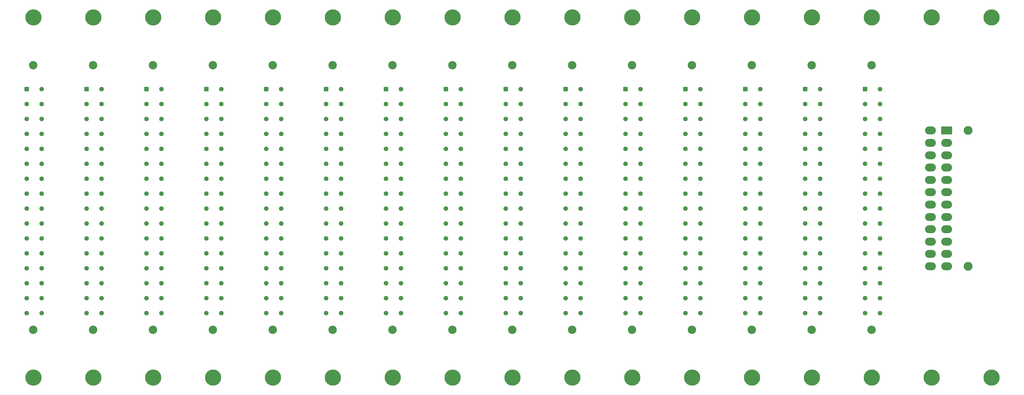
<source format=gts>
G04 #@! TF.GenerationSoftware,KiCad,Pcbnew,(6.0.9-0)*
G04 #@! TF.CreationDate,2023-02-07T08:34:52+01:00*
G04 #@! TF.ProjectId,Backplane,4261636b-706c-4616-9e65-2e6b69636164,A*
G04 #@! TF.SameCoordinates,Original*
G04 #@! TF.FileFunction,Soldermask,Top*
G04 #@! TF.FilePolarity,Negative*
%FSLAX46Y46*%
G04 Gerber Fmt 4.6, Leading zero omitted, Abs format (unit mm)*
G04 Created by KiCad (PCBNEW (6.0.9-0)) date 2023-02-07 08:34:52*
%MOMM*%
%LPD*%
G01*
G04 APERTURE LIST*
G04 Aperture macros list*
%AMRoundRect*
0 Rectangle with rounded corners*
0 $1 Rounding radius*
0 $2 $3 $4 $5 $6 $7 $8 $9 X,Y pos of 4 corners*
0 Add a 4 corners polygon primitive as box body*
4,1,4,$2,$3,$4,$5,$6,$7,$8,$9,$2,$3,0*
0 Add four circle primitives for the rounded corners*
1,1,$1+$1,$2,$3*
1,1,$1+$1,$4,$5*
1,1,$1+$1,$6,$7*
1,1,$1+$1,$8,$9*
0 Add four rect primitives between the rounded corners*
20,1,$1+$1,$2,$3,$4,$5,0*
20,1,$1+$1,$4,$5,$6,$7,0*
20,1,$1+$1,$6,$7,$8,$9,0*
20,1,$1+$1,$8,$9,$2,$3,0*%
G04 Aperture macros list end*
%ADD10C,2.850000*%
%ADD11RoundRect,0.249999X-0.525001X-0.525001X0.525001X-0.525001X0.525001X0.525001X-0.525001X0.525001X0*%
%ADD12C,1.550000*%
%ADD13C,5.500000*%
%ADD14C,3.000000*%
%ADD15RoundRect,0.250001X-1.599999X1.099999X-1.599999X-1.099999X1.599999X-1.099999X1.599999X1.099999X0*%
%ADD16O,3.700000X2.700000*%
G04 APERTURE END LIST*
D10*
X65997500Y-97530000D03*
X65997500Y-187530000D03*
D11*
X63757500Y-105700000D03*
D12*
X63757500Y-110780000D03*
X63757500Y-115860000D03*
X63757500Y-120940000D03*
X63757500Y-126020000D03*
X63757500Y-131100000D03*
X63757500Y-136180000D03*
X63757500Y-141260000D03*
X63757500Y-146340000D03*
X63757500Y-151420000D03*
X63757500Y-156500000D03*
X63757500Y-161580000D03*
X63757500Y-166660000D03*
X63757500Y-171740000D03*
X63757500Y-176820000D03*
X63757500Y-181900000D03*
X68837500Y-105700000D03*
X68837500Y-110780000D03*
X68837500Y-115860000D03*
X68837500Y-120940000D03*
X68837500Y-126020000D03*
X68837500Y-131100000D03*
X68837500Y-136180000D03*
X68837500Y-141260000D03*
X68837500Y-146340000D03*
X68837500Y-151420000D03*
X68837500Y-156500000D03*
X68837500Y-161580000D03*
X68837500Y-166660000D03*
X68837500Y-171740000D03*
X68837500Y-176820000D03*
X68837500Y-181900000D03*
D10*
X45677500Y-97530000D03*
X45677500Y-187530000D03*
D11*
X43437500Y-105700000D03*
D12*
X43437500Y-110780000D03*
X43437500Y-115860000D03*
X43437500Y-120940000D03*
X43437500Y-126020000D03*
X43437500Y-131100000D03*
X43437500Y-136180000D03*
X43437500Y-141260000D03*
X43437500Y-146340000D03*
X43437500Y-151420000D03*
X43437500Y-156500000D03*
X43437500Y-161580000D03*
X43437500Y-166660000D03*
X43437500Y-171740000D03*
X43437500Y-176820000D03*
X43437500Y-181900000D03*
X48517500Y-105700000D03*
X48517500Y-110780000D03*
X48517500Y-115860000D03*
X48517500Y-120940000D03*
X48517500Y-126020000D03*
X48517500Y-131100000D03*
X48517500Y-136180000D03*
X48517500Y-141260000D03*
X48517500Y-146340000D03*
X48517500Y-151420000D03*
X48517500Y-156500000D03*
X48517500Y-161580000D03*
X48517500Y-166660000D03*
X48517500Y-171740000D03*
X48517500Y-176820000D03*
X48517500Y-181900000D03*
D10*
X167597500Y-187530000D03*
X167597500Y-97530000D03*
D11*
X165357500Y-105700000D03*
D12*
X165357500Y-110780000D03*
X165357500Y-115860000D03*
X165357500Y-120940000D03*
X165357500Y-126020000D03*
X165357500Y-131100000D03*
X165357500Y-136180000D03*
X165357500Y-141260000D03*
X165357500Y-146340000D03*
X165357500Y-151420000D03*
X165357500Y-156500000D03*
X165357500Y-161580000D03*
X165357500Y-166660000D03*
X165357500Y-171740000D03*
X165357500Y-176820000D03*
X165357500Y-181900000D03*
X170437500Y-105700000D03*
X170437500Y-110780000D03*
X170437500Y-115860000D03*
X170437500Y-120940000D03*
X170437500Y-126020000D03*
X170437500Y-131100000D03*
X170437500Y-136180000D03*
X170437500Y-141260000D03*
X170437500Y-146340000D03*
X170437500Y-151420000D03*
X170437500Y-156500000D03*
X170437500Y-161580000D03*
X170437500Y-166660000D03*
X170437500Y-171740000D03*
X170437500Y-176820000D03*
X170437500Y-181900000D03*
D10*
X86317500Y-97530000D03*
X86317500Y-187530000D03*
D11*
X84077500Y-105700000D03*
D12*
X84077500Y-110780000D03*
X84077500Y-115860000D03*
X84077500Y-120940000D03*
X84077500Y-126020000D03*
X84077500Y-131100000D03*
X84077500Y-136180000D03*
X84077500Y-141260000D03*
X84077500Y-146340000D03*
X84077500Y-151420000D03*
X84077500Y-156500000D03*
X84077500Y-161580000D03*
X84077500Y-166660000D03*
X84077500Y-171740000D03*
X84077500Y-176820000D03*
X84077500Y-181900000D03*
X89157500Y-105700000D03*
X89157500Y-110780000D03*
X89157500Y-115860000D03*
X89157500Y-120940000D03*
X89157500Y-126020000D03*
X89157500Y-131100000D03*
X89157500Y-136180000D03*
X89157500Y-141260000D03*
X89157500Y-146340000D03*
X89157500Y-151420000D03*
X89157500Y-156500000D03*
X89157500Y-161580000D03*
X89157500Y-166660000D03*
X89157500Y-171740000D03*
X89157500Y-176820000D03*
X89157500Y-181900000D03*
D13*
X330200000Y-81280000D03*
X370840000Y-81280000D03*
X106680000Y-81280000D03*
D10*
X187917500Y-97530000D03*
X187917500Y-187530000D03*
D11*
X185677500Y-105700000D03*
D12*
X185677500Y-110780000D03*
X185677500Y-115860000D03*
X185677500Y-120940000D03*
X185677500Y-126020000D03*
X185677500Y-131100000D03*
X185677500Y-136180000D03*
X185677500Y-141260000D03*
X185677500Y-146340000D03*
X185677500Y-151420000D03*
X185677500Y-156500000D03*
X185677500Y-161580000D03*
X185677500Y-166660000D03*
X185677500Y-171740000D03*
X185677500Y-176820000D03*
X185677500Y-181900000D03*
X190757500Y-105700000D03*
X190757500Y-110780000D03*
X190757500Y-115860000D03*
X190757500Y-120940000D03*
X190757500Y-126020000D03*
X190757500Y-131100000D03*
X190757500Y-136180000D03*
X190757500Y-141260000D03*
X190757500Y-146340000D03*
X190757500Y-151420000D03*
X190757500Y-156500000D03*
X190757500Y-161580000D03*
X190757500Y-166660000D03*
X190757500Y-171740000D03*
X190757500Y-176820000D03*
X190757500Y-181900000D03*
D13*
X147320000Y-81280000D03*
D10*
X147277500Y-97530000D03*
X147277500Y-187530000D03*
D11*
X145037500Y-105700000D03*
D12*
X145037500Y-110780000D03*
X145037500Y-115860000D03*
X145037500Y-120940000D03*
X145037500Y-126020000D03*
X145037500Y-131100000D03*
X145037500Y-136180000D03*
X145037500Y-141260000D03*
X145037500Y-146340000D03*
X145037500Y-151420000D03*
X145037500Y-156500000D03*
X145037500Y-161580000D03*
X145037500Y-166660000D03*
X145037500Y-171740000D03*
X145037500Y-176820000D03*
X145037500Y-181900000D03*
X150117500Y-105700000D03*
X150117500Y-110780000D03*
X150117500Y-115860000D03*
X150117500Y-120940000D03*
X150117500Y-126020000D03*
X150117500Y-131100000D03*
X150117500Y-136180000D03*
X150117500Y-141260000D03*
X150117500Y-146340000D03*
X150117500Y-151420000D03*
X150117500Y-156500000D03*
X150117500Y-161580000D03*
X150117500Y-166660000D03*
X150117500Y-171740000D03*
X150117500Y-176820000D03*
X150117500Y-181900000D03*
D13*
X167640000Y-81280000D03*
X187960000Y-81280000D03*
X248920000Y-203780000D03*
D10*
X330157500Y-187530000D03*
X330157500Y-97530000D03*
D11*
X327917500Y-105700000D03*
D12*
X327917500Y-110780000D03*
X327917500Y-115860000D03*
X327917500Y-120940000D03*
X327917500Y-126020000D03*
X327917500Y-131100000D03*
X327917500Y-136180000D03*
X327917500Y-141260000D03*
X327917500Y-146340000D03*
X327917500Y-151420000D03*
X327917500Y-156500000D03*
X327917500Y-161580000D03*
X327917500Y-166660000D03*
X327917500Y-171740000D03*
X327917500Y-176820000D03*
X327917500Y-181900000D03*
X332997500Y-105700000D03*
X332997500Y-110780000D03*
X332997500Y-115860000D03*
X332997500Y-120940000D03*
X332997500Y-126020000D03*
X332997500Y-131100000D03*
X332997500Y-136180000D03*
X332997500Y-141260000D03*
X332997500Y-146340000D03*
X332997500Y-151420000D03*
X332997500Y-156500000D03*
X332997500Y-161580000D03*
X332997500Y-166660000D03*
X332997500Y-171740000D03*
X332997500Y-176820000D03*
X332997500Y-181900000D03*
D13*
X86360000Y-203780000D03*
X208280000Y-81280000D03*
X66040000Y-203780000D03*
D14*
X362900000Y-119765000D03*
X362900000Y-165965000D03*
D15*
X355600000Y-119765000D03*
D16*
X355600000Y-123965000D03*
X355600000Y-128165000D03*
X355600000Y-132365000D03*
X355600000Y-136565000D03*
X355600000Y-140765000D03*
X355600000Y-144965000D03*
X355600000Y-149165000D03*
X355600000Y-153365000D03*
X355600000Y-157565000D03*
X355600000Y-161765000D03*
X355600000Y-165965000D03*
X350100000Y-119765000D03*
X350100000Y-123965000D03*
X350100000Y-128165000D03*
X350100000Y-132365000D03*
X350100000Y-136565000D03*
X350100000Y-140765000D03*
X350100000Y-144965000D03*
X350100000Y-149165000D03*
X350100000Y-153365000D03*
X350100000Y-157565000D03*
X350100000Y-161765000D03*
X350100000Y-165965000D03*
D13*
X248920000Y-81280000D03*
X350520000Y-81280000D03*
X147320000Y-203780000D03*
D10*
X309837500Y-97530000D03*
X309837500Y-187530000D03*
D11*
X307597500Y-105700000D03*
D12*
X307597500Y-110780000D03*
X307597500Y-115860000D03*
X307597500Y-120940000D03*
X307597500Y-126020000D03*
X307597500Y-131100000D03*
X307597500Y-136180000D03*
X307597500Y-141260000D03*
X307597500Y-146340000D03*
X307597500Y-151420000D03*
X307597500Y-156500000D03*
X307597500Y-161580000D03*
X307597500Y-166660000D03*
X307597500Y-171740000D03*
X307597500Y-176820000D03*
X307597500Y-181900000D03*
X312677500Y-105700000D03*
X312677500Y-110780000D03*
X312677500Y-115860000D03*
X312677500Y-120940000D03*
X312677500Y-126020000D03*
X312677500Y-131100000D03*
X312677500Y-136180000D03*
X312677500Y-141260000D03*
X312677500Y-146340000D03*
X312677500Y-151420000D03*
X312677500Y-156500000D03*
X312677500Y-161580000D03*
X312677500Y-166660000D03*
X312677500Y-171740000D03*
X312677500Y-176820000D03*
X312677500Y-181900000D03*
D13*
X45720000Y-81280000D03*
D10*
X228557500Y-187530000D03*
X228557500Y-97530000D03*
D11*
X226317500Y-105700000D03*
D12*
X226317500Y-110780000D03*
X226317500Y-115860000D03*
X226317500Y-120940000D03*
X226317500Y-126020000D03*
X226317500Y-131100000D03*
X226317500Y-136180000D03*
X226317500Y-141260000D03*
X226317500Y-146340000D03*
X226317500Y-151420000D03*
X226317500Y-156500000D03*
X226317500Y-161580000D03*
X226317500Y-166660000D03*
X226317500Y-171740000D03*
X226317500Y-176820000D03*
X226317500Y-181900000D03*
X231397500Y-105700000D03*
X231397500Y-110780000D03*
X231397500Y-115860000D03*
X231397500Y-120940000D03*
X231397500Y-126020000D03*
X231397500Y-131100000D03*
X231397500Y-136180000D03*
X231397500Y-141260000D03*
X231397500Y-146340000D03*
X231397500Y-151420000D03*
X231397500Y-156500000D03*
X231397500Y-161580000D03*
X231397500Y-166660000D03*
X231397500Y-171740000D03*
X231397500Y-176820000D03*
X231397500Y-181900000D03*
D13*
X289560000Y-81280000D03*
D10*
X289517500Y-187530000D03*
X289517500Y-97530000D03*
D11*
X287277500Y-105700000D03*
D12*
X287277500Y-110780000D03*
X287277500Y-115860000D03*
X287277500Y-120940000D03*
X287277500Y-126020000D03*
X287277500Y-131100000D03*
X287277500Y-136180000D03*
X287277500Y-141260000D03*
X287277500Y-146340000D03*
X287277500Y-151420000D03*
X287277500Y-156500000D03*
X287277500Y-161580000D03*
X287277500Y-166660000D03*
X287277500Y-171740000D03*
X287277500Y-176820000D03*
X287277500Y-181900000D03*
X292357500Y-105700000D03*
X292357500Y-110780000D03*
X292357500Y-115860000D03*
X292357500Y-120940000D03*
X292357500Y-126020000D03*
X292357500Y-131100000D03*
X292357500Y-136180000D03*
X292357500Y-141260000D03*
X292357500Y-146340000D03*
X292357500Y-151420000D03*
X292357500Y-156500000D03*
X292357500Y-161580000D03*
X292357500Y-166660000D03*
X292357500Y-171740000D03*
X292357500Y-176820000D03*
X292357500Y-181900000D03*
D13*
X228600000Y-203780000D03*
X309880000Y-81280000D03*
X370840000Y-203780000D03*
X330200000Y-203780000D03*
X289560000Y-203780000D03*
X187960000Y-203780000D03*
X208280000Y-203780000D03*
D10*
X126957500Y-97530000D03*
X126957500Y-187530000D03*
D11*
X124717500Y-105700000D03*
D12*
X124717500Y-110780000D03*
X124717500Y-115860000D03*
X124717500Y-120940000D03*
X124717500Y-126020000D03*
X124717500Y-131100000D03*
X124717500Y-136180000D03*
X124717500Y-141260000D03*
X124717500Y-146340000D03*
X124717500Y-151420000D03*
X124717500Y-156500000D03*
X124717500Y-161580000D03*
X124717500Y-166660000D03*
X124717500Y-171740000D03*
X124717500Y-176820000D03*
X124717500Y-181900000D03*
X129797500Y-105700000D03*
X129797500Y-110780000D03*
X129797500Y-115860000D03*
X129797500Y-120940000D03*
X129797500Y-126020000D03*
X129797500Y-131100000D03*
X129797500Y-136180000D03*
X129797500Y-141260000D03*
X129797500Y-146340000D03*
X129797500Y-151420000D03*
X129797500Y-156500000D03*
X129797500Y-161580000D03*
X129797500Y-166660000D03*
X129797500Y-171740000D03*
X129797500Y-176820000D03*
X129797500Y-181900000D03*
D13*
X269240000Y-203780000D03*
D10*
X208237500Y-187530000D03*
X208237500Y-97530000D03*
D11*
X205997500Y-105700000D03*
D12*
X205997500Y-110780000D03*
X205997500Y-115860000D03*
X205997500Y-120940000D03*
X205997500Y-126020000D03*
X205997500Y-131100000D03*
X205997500Y-136180000D03*
X205997500Y-141260000D03*
X205997500Y-146340000D03*
X205997500Y-151420000D03*
X205997500Y-156500000D03*
X205997500Y-161580000D03*
X205997500Y-166660000D03*
X205997500Y-171740000D03*
X205997500Y-176820000D03*
X205997500Y-181900000D03*
X211077500Y-105700000D03*
X211077500Y-110780000D03*
X211077500Y-115860000D03*
X211077500Y-120940000D03*
X211077500Y-126020000D03*
X211077500Y-131100000D03*
X211077500Y-136180000D03*
X211077500Y-141260000D03*
X211077500Y-146340000D03*
X211077500Y-151420000D03*
X211077500Y-156500000D03*
X211077500Y-161580000D03*
X211077500Y-166660000D03*
X211077500Y-171740000D03*
X211077500Y-176820000D03*
X211077500Y-181900000D03*
D13*
X309880000Y-203780000D03*
D10*
X269197500Y-187530000D03*
X269197500Y-97530000D03*
D11*
X266957500Y-105700000D03*
D12*
X266957500Y-110780000D03*
X266957500Y-115860000D03*
X266957500Y-120940000D03*
X266957500Y-126020000D03*
X266957500Y-131100000D03*
X266957500Y-136180000D03*
X266957500Y-141260000D03*
X266957500Y-146340000D03*
X266957500Y-151420000D03*
X266957500Y-156500000D03*
X266957500Y-161580000D03*
X266957500Y-166660000D03*
X266957500Y-171740000D03*
X266957500Y-176820000D03*
X266957500Y-181900000D03*
X272037500Y-105700000D03*
X272037500Y-110780000D03*
X272037500Y-115860000D03*
X272037500Y-120940000D03*
X272037500Y-126020000D03*
X272037500Y-131100000D03*
X272037500Y-136180000D03*
X272037500Y-141260000D03*
X272037500Y-146340000D03*
X272037500Y-151420000D03*
X272037500Y-156500000D03*
X272037500Y-161580000D03*
X272037500Y-166660000D03*
X272037500Y-171740000D03*
X272037500Y-176820000D03*
X272037500Y-181900000D03*
D13*
X228600000Y-81280000D03*
X86360000Y-81280000D03*
X66040000Y-81280000D03*
D10*
X248877500Y-97530000D03*
X248877500Y-187530000D03*
D11*
X246637500Y-105700000D03*
D12*
X246637500Y-110780000D03*
X246637500Y-115860000D03*
X246637500Y-120940000D03*
X246637500Y-126020000D03*
X246637500Y-131100000D03*
X246637500Y-136180000D03*
X246637500Y-141260000D03*
X246637500Y-146340000D03*
X246637500Y-151420000D03*
X246637500Y-156500000D03*
X246637500Y-161580000D03*
X246637500Y-166660000D03*
X246637500Y-171740000D03*
X246637500Y-176820000D03*
X246637500Y-181900000D03*
X251717500Y-105700000D03*
X251717500Y-110780000D03*
X251717500Y-115860000D03*
X251717500Y-120940000D03*
X251717500Y-126020000D03*
X251717500Y-131100000D03*
X251717500Y-136180000D03*
X251717500Y-141260000D03*
X251717500Y-146340000D03*
X251717500Y-151420000D03*
X251717500Y-156500000D03*
X251717500Y-161580000D03*
X251717500Y-166660000D03*
X251717500Y-171740000D03*
X251717500Y-176820000D03*
X251717500Y-181900000D03*
D13*
X45720000Y-203780000D03*
X127000000Y-81280000D03*
D10*
X106637500Y-97530000D03*
X106637500Y-187530000D03*
D11*
X104397500Y-105700000D03*
D12*
X104397500Y-110780000D03*
X104397500Y-115860000D03*
X104397500Y-120940000D03*
X104397500Y-126020000D03*
X104397500Y-131100000D03*
X104397500Y-136180000D03*
X104397500Y-141260000D03*
X104397500Y-146340000D03*
X104397500Y-151420000D03*
X104397500Y-156500000D03*
X104397500Y-161580000D03*
X104397500Y-166660000D03*
X104397500Y-171740000D03*
X104397500Y-176820000D03*
X104397500Y-181900000D03*
X109477500Y-105700000D03*
X109477500Y-110780000D03*
X109477500Y-115860000D03*
X109477500Y-120940000D03*
X109477500Y-126020000D03*
X109477500Y-131100000D03*
X109477500Y-136180000D03*
X109477500Y-141260000D03*
X109477500Y-146340000D03*
X109477500Y-151420000D03*
X109477500Y-156500000D03*
X109477500Y-161580000D03*
X109477500Y-166660000D03*
X109477500Y-171740000D03*
X109477500Y-176820000D03*
X109477500Y-181900000D03*
D13*
X167640000Y-203780000D03*
X269240000Y-81280000D03*
X127000000Y-203780000D03*
X106680000Y-203780000D03*
X350520000Y-203780000D03*
M02*

</source>
